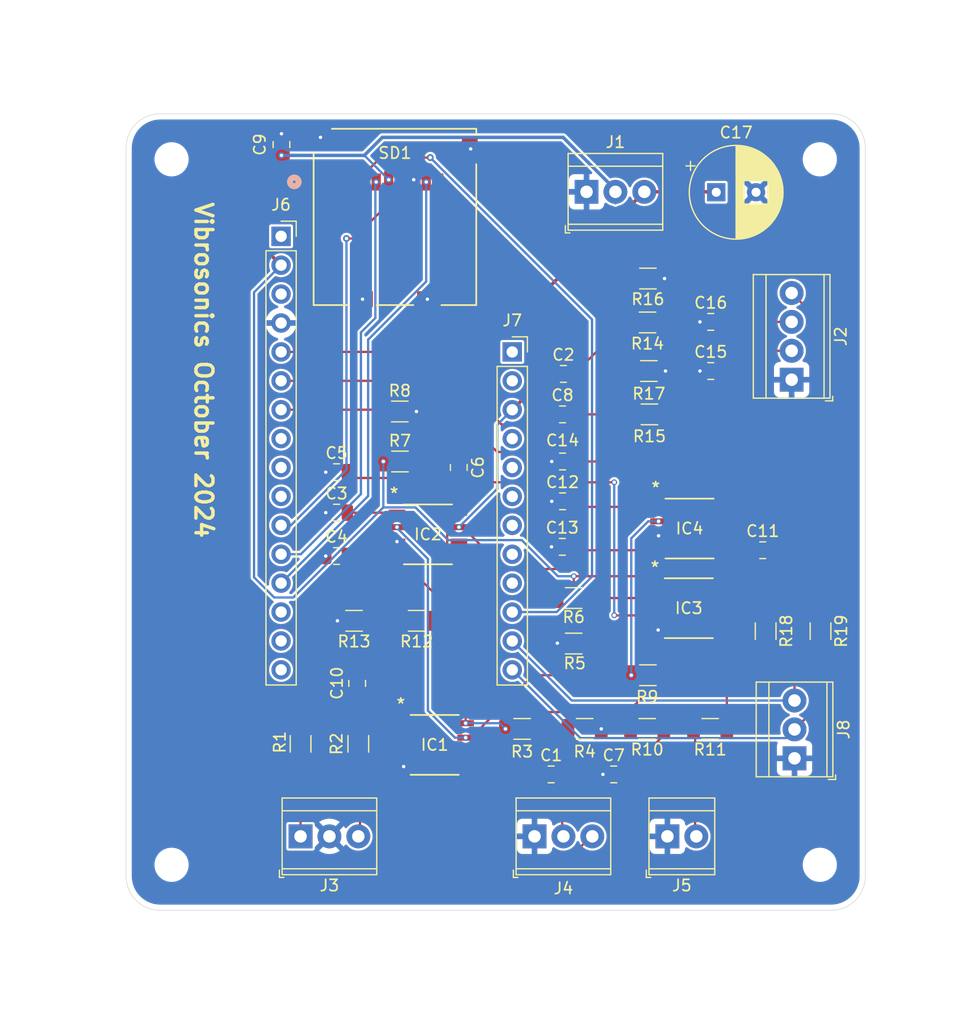
<source format=kicad_pcb>
(kicad_pcb (version 20240108) (generator "pcbnew") (generator_version "8.0")
  (layers (0 "F.Cu" signal) (31 "B.Cu" signal) (34 "B.Paste" user) (35 "F.Paste" user) (36 "B.SilkS" user "B.Silkscreen") (37 "F.SilkS" user "F.Silkscreen") (38 "B.Mask" user) (39 "F.Mask" user) (44 "Edge.Cuts" user))
  (net 0 "")
  (net 1 "GND")
  (net 2 "Net-(C2-Pad2)")
  (net 3 "Net-(C7-Pad2)")
  (net 4 "Net-(C8-Pad2)")
  (net 5 "A1")
  (net 6 "A0")
  (net 7 "3V3")
  (net 8 "A2")
  (net 9 "USB")
  (net 10 "Net-(C10-Pad2)")
  (net 11 "BASS_OUT")
  (net 12 "Net-(IC1-2IN+)")
  (net 13 "Net-(IC2-COM)")
  (net 14 "Net-(IC2-CLK)")
  (net 15 "Net-(IC2-OUT)")
  (net 16 "Net-(IC1-1IN+)")
  (net 17 "Net-(IC4-COM)")
  (net 18 "Net-(IC4-CLK)")
  (net 19 "Net-(IC1-1IN-)")
  (net 20 "Net-(IC1-2IN-)")
  (net 21 "Net-(IC1-2OUT)")
  (net 22 "Net-(IC3-1IN-)")
  (net 23 "Net-(IC3-1OUT)")
  (net 27 "Net-(J4-Pin_2)")
  (net 28 "Net-(J2-Pin_4)")
  (net 29 "Net-(J2-Pin_3)")
  (net 30 "Net-(J2-Pin_2)")
  (net 31 "Net-(J3-Pin_1)")
  (net 32 "Net-(J3-Pin_3)")
  (net 33 "Net-(J5-Pin_2)")
  (net 47 "SD_CS")
  (net 49 "MI")
  (net 50 "TX")
  (net 51 "RX")
  (net 52 "SCK")
  (net 53 "MO")
  (net 54 "SDA")
  (net 55 "SCL")
  (footprint "Capacitor_SMD:C_0805_2012Metric" (layer "F.Cu") (at 137.3786 108.056)
    (property "Reference" "C1")
    (property "Value" "10uF")
  )
  (footprint "Resistor_SMD:R_1206_3216Metric" (layer "F.Cu") (at 145.9691 72.606)
    (property "Reference" "R17")
    (property "Value" "1.5k")
  )
  (footprint "Resistor_SMD:R_1206_3216Metric" (layer "F.Cu") (at 146.0201 76.416)
    (property "Reference" "R15")
    (property "Value" "3.3k")
  )
  (footprint "TerminalBlock_TE-Connectivity:TerminalBlock_TE_282834-3_1x03_P2.54mm_Horizontal" (layer "F.Cu") (at 115.3416 113.5)
    (property "Reference" "J3")
    (property "Value" "Screw_Terminal_01x03")
  )
  (footprint "MAX7403CSA:21-0041B_8_MXM" (layer "F.Cu") (at 149.54545 86.449)
    (property "Reference" "IC4")
    (property "Value" "MAX7480ESA+")
  )
  (footprint "Resistor_SMD:R_1206_3216Metric" (layer "F.Cu") (at 125.5456 94.556 180)
    (property "Reference" "R12")
    (property "Value" "10k")
  )
  (footprint "Resistor_SMD:R_1206_3216Metric" (layer "F.Cu") (at 161.0616 95.466 -90)
    (property "Reference" "R19")
    (property "Value" "10k")
  )
  (footprint "Resistor_SMD:R_1206_3216Metric" (layer "F.Cu") (at 120.0456 94.556 180)
    (property "Reference" "R13")
    (property "Value" "10k")
  )
  (footprint "Resistor_SMD:R_1206_3216Metric" (layer "F.Cu") (at 120.4216 105.372 -90)
    (property "Reference" "R2")
    (property "Value" "10k")
  )
  (footprint "footprints:21-0041B_8_MXM" (layer "F.Cu") (at 126.5456 86.961)
    (property "Reference" "IC2")
    (property "Value" "MAX7403CSA+")
  )
  (footprint "Resistor_SMD:R_1206_3216Metric" (layer "F.Cu") (at 151.3586 104.056 180)
    (property "Reference" "R11")
    (property "Value" "75")
  )
  (footprint "Capacitor_THT:CP_Radial_D8.0mm_P3.50mm" (layer "F.Cu") (at 151.892 56.896)
    (property "Reference" "C17")
    (property "Value" "C_Polarized")
  )
  (footprint "TerminalBlock_TE-Connectivity:TerminalBlock_TE_282834-4_1x04_P2.54mm_Horizontal" (layer "F.Cu") (at 158.5216 73.368 90)
    (property "Reference" "J2")
    (property "Value" "Screw_Terminal_01x04")
  )
  (footprint "Capacitor_SMD:C_0805_2012Metric" (layer "F.Cu") (at 129.2526 81.079 -90)
    (property "Reference" "C6")
    (property "Value" "10uF")
  )
  (footprint "Capacitor_SMD:C_0805_2012Metric" (layer "F.Cu") (at 113.665 52.705 -90)
    (property "Reference" "C9")
    (property "Value" "100nF")
  )
  (footprint "Resistor_SMD:R_1206_3216Metric" (layer "F.Cu") (at 156.2356 95.466 -90)
    (property "Reference" "R18")
    (property "Value" "10k")
  )
  (footprint "Resistor_SMD:R_1206_3216Metric" (layer "F.Cu") (at 145.8521 68.336)
    (property "Reference" "R14")
    (property "Value" "3.3k")
  )
  (footprint "Resistor_SMD:R_1206_3216Metric" (layer "F.Cu") (at 145.8831 99.339 180)
    (property "Reference" "R9")
    (property "Value" "22k")
  )
  (footprint "Connector_PinSocket_2.54mm:PinSocket_1x12_P2.54mm_Vertical" (layer "F.Cu") (at 133.9564 70.9296)
    (property "Reference" "J7")
    (property "Value" "Conn_01x12_Socket")
  )
  (footprint "Resistor_SMD:R_1206_3216Metric" (layer "F.Cu") (at 145.8211 104.056 180)
    (property "Reference" "R10")
    (property "Value" "6.2k")
  )
  (footprint "MountingHole:MountingHole_2.5mm" (layer "F.Cu") (at 161 54)
    (property "Reference" "REF**" (hide yes))
    (property "Value" "MountingHole_2.5mm")
  )
  (footprint "Capacitor_SMD:C_0805_2012Metric" (layer "F.Cu") (at 138.3786 76.416)
    (property "Reference" "C8")
    (property "Value" "10uF")
  )
  (footprint "TerminalBlock_TE-Connectivity:TerminalBlock_TE_282834-2_1x02_P2.54mm_Horizontal" (layer "F.Cu") (at 147.5996 113.5)
    (property "Reference" "J5")
    (property "Value" "Screw_Terminal_01x02")
  )
  (footprint "Resistor_SMD:R_1206_3216Metric" (layer "F.Cu") (at 134.8211 104.056)
    (property "Reference" "R3")
    (property "Value" "10k")
  )
  (footprint "Capacitor_SMD:C_0805_2012Metric" (layer "F.Cu") (at 138.3786 84.056)
    (property "Reference" "C12")
    (property "Value" "0.1uF")
  )
  (footprint "Capacitor_SMD:C_0805_2012Metric" (layer "F.Cu") (at 155.9816 88.354)
    (property "Reference" "C11")
    (property "Value" "10uF")
  )
  (footprint "TerminalBlock_TE-Connectivity:TerminalBlock_TE_282834-3_1x03_P2.54mm_Horizontal" (layer "F.Cu") (at 135.9156 113.5)
    (property "Reference" "J4")
    (property "Value" "Screw_Terminal_01x03")
  )
  (footprint "adafruit_1660_microsd:CONN_1660_ADA" (layer "F.Cu") (at 123.641999 59.064)
    (property "Reference" "SD1")
    (property "Value" "~")
  )
  (footprint "Capacitor_SMD:C_0805_2012Metric" (layer "F.Cu") (at 118.5081 88.862)
    (property "Reference" "C4")
    (property "Value" "0.1uF")
  )
  (footprint "MountingHole:MountingHole_2.5mm" (layer "F.Cu") (at 161 116)
    (property "Reference" "REF**" (hide yes))
    (property "Value" "MountingHole_2.5mm")
  )
  (footprint "Connector_PinSocket_2.54mm:PinSocket_1x16_P2.54mm_Vertical" (layer "F.Cu") (at 113.6306 60.766)
    (property "Reference" "J6")
    (property "Value" "Conn_01x16_Socket")
  )
  (footprint "Resistor_SMD:R_1206_3216Metric" (layer "F.Cu") (at 139.3586 96.556 180)
    (property "Reference" "R5")
    (property "Value" "47k")
  )
  (footprint "TerminalBlock_TE-Connectivity:TerminalBlock_TE_282834-3_1x03_P2.54mm_Horizontal" (layer "F.Cu") (at 158.7756 106.642 90)
    (property "Reference" "J8")
    (property "Value" "Screw_Terminal_01x03")
  )
  (footprint "Capacitor_SMD:C_0805_2012Metric" (layer "F.Cu") (at 120.3211 100.056 -90)
    (property "Reference" "C10")
    (property "Value" "10uF")
  )
  (footprint "Capacitor_SMD:C_0805_2012Metric" (layer "F.Cu") (at 138.4556 72.86)
    (property "Reference" "C2")
    (property "Value" "10uF")
  )
  (footprint "Capacitor_SMD:C_0805_2012Metric" (layer "F.Cu") (at 118.5081 81.496)
    (property "Reference" "C5")
    (property "Value" "100pF")
  )
  (footprint "MountingHole:MountingHole_2.5mm" (layer "F.Cu") (at 104 54)
    (property "Reference" "REF**" (hide yes))
    (property "Value" "MountingHole_2.5mm")
  )
  (footprint "Resistor_SMD:R_1206_3216Metric" (layer "F.Cu") (at 124.0831 80.556)
    (property "Reference" "R7")
    (property "Value" "10k")
  )
  (footprint "MountingHole:MountingHole_2.5mm" (layer "F.Cu") (at 104 116)
    (property "Reference" "REF**" (hide yes))
    (property "Value" "MountingHole_2.5mm")
  )
  (footprint "Capacitor_SMD:C_0805_2012Metric" (layer "F.Cu") (at 118.5081 85.052)
    (property "Reference" "C3")
    (property "Value" "0.1uF")
  )
  (footprint "footprints:21-0041B_8_MXM" (layer "F.Cu") (at 127.13445 105.461)
    (property "Reference" "IC1")
    (property "Value" "LMV358IDR")
  )
  (footprint "Resistor_SMD:R_1206_3216Metric" (layer "F.Cu") (at 139.3586 92.556)
    (property "Reference" "R6")
    (property "Value" "5k")
  )
  (footprint "Resistor_SMD:R_1206_3216Metric" (layer "F.Cu") (at 124.0685 76.162)
    (property "Reference" "R8")
    (property "Value" "10k")
  )
  (footprint "Capacitor_SMD:C_0805_2012Metric" (layer "F.Cu") (at 151.4096 68.288)
    (property "Reference" "C16")
    (property "Value" "0.1uF")
  )
  (footprint "Capacitor_SMD:C_0805_2012Metric" (layer "F.Cu") (at 142.8786 108.056)
    (property "Reference" "C7")
    (property "Value" "10uF")
  )
  (footprint "TerminalBlock_TE-Connectivity:TerminalBlock_TE_282834-3_1x03_P2.54mm_Horizontal" (layer "F.Cu") (at 140.4876 56.858)
    (property "Reference" "J1")
    (property "Value" "Screw_Terminal_01x03")
  )
  (footprint "Resistor_SMD:R_1206_3216Metric" (layer "F.Cu") (at 140.3211 104.056)
    (property "Reference" "R4")
    (property "Value" "10k")
  )
  (footprint "Capacitor_SMD:C_0805_2012Metric" (layer "F.Cu") (at 138.3586 88.056)
    (property "Reference" "C13")
    (property "Value" "0.1uF")
  )
  (footprint "Resistor_SMD:R_1206_3216Metric" (layer "F.Cu") (at 145.8831 64.478 180)
    (property "Reference" "R16")
    (property "Value" "1.5k")
  )
  (footprint "Resistor_SMD:R_1206_3216Metric" (layer "F.Cu") (at 115.3416 105.372 -90)
    (property "Reference" "R1")
    (property "Value" "10k")
  )
  (footprint "Capacitor_SMD:C_0805_2012Metric" (layer "F.Cu") (at 138.3786 80.556)
    (property "Reference" "C14")
    (property "Value" "6.8nF")
  )
  (footprint "Capacitor_SMD:C_0805_2012Metric" (layer "F.Cu") (at 151.4096 72.606)
    (property "Reference" "C15")
    (property "Value" "0.1uF")
  )
  (footprint "footprints:21-0041B_8_MXM" (layer "F.Cu") (at 149.4806 93.449)
    (property "Reference" "IC3")
    (property "Value" "LMV358IDR")
  )
  (gr_arc (start 165 117) (mid 164.12132 119.12132) (end 162 120) (stroke (width 0.05)) (layer "Edge.Cuts"))
  (gr_line (start 165 53) (end 165 117) (stroke (width 0.05)) (layer "Edge.Cuts"))
  (gr_arc (start 103 120) (mid 100.87868 119.12132) (end 100 117) (stroke (width 0.05)) (layer "Edge.Cuts"))
  (gr_arc (start 100 53) (mid 100.87868 50.87868) (end 103 50) (stroke (width 0.05)) (layer "Edge.Cuts"))
  (gr_arc (start 162 50) (mid 164.12132 50.87868) (end 165 53) (stroke (width 0.05)) (layer "Edge.Cuts"))
  (gr_line (start 103 50) (end 162 50) (stroke (width 0.05)) (layer "Edge.Cuts"))
  (gr_line (start 100 117) (end 100 53) (stroke (width 0.05)) (layer "Edge.Cuts"))
  (gr_line (start 162 120) (end 103 120) (stroke (width 0.05)) (layer "Edge.Cuts"))
  (gr_text "Vibrosonics October 2024" (at 105.9436 57.62 -90) (layer "F.SilkS") (effects (font (size 1.5 1.5) (thickness 0.3) (bold yes)) (justify left bottom)))
  (gr_text "*" (at 146.5673 82.8676 0) (layer "F.SilkS") (effects (font (size 1 1))))
  (gr_text "*" (at 123.56745 83.3796 0) (layer "F.SilkS") (effects (font (size 1 1))))
  (segment (start 137.8961 96.556) (end 137.8961 96.5459) (width 0.2) (layer "F.Cu") (net 1))
  (segment (start 130.217043 53.144122) (end 130.243878 53.144122) (width 0.2) (layer "F.Cu") (net 1))
  (segment (start 117.066955 52.144122) (end 117.066955 52.097045) (width 0.2) (layer "F.Cu") (net 1))
  (segment (start 130.243878 53.144122) (end 130.302 53.086) (width 0.2) (layer "F.Cu") (net 1))
  (segment (start 137.8961 96.5459) (end 137.922 96.52) (width 0.2) (layer "F.Cu") (net 1))
  (segment (start 117.066955 52.097045) (end 117.094 52.07) (width 0.2) (layer "F.Cu") (net 1))
  (via (at 137.4286 80.556) (size 0.5) (drill 0.3) (layers "F.Cu" "B.Cu") (net 1))
  (via (at 117.5581 81.496) (size 0.5) (drill 0.3) (layers "F.Cu" "B.Cu") (net 1))
  (via (at 150.4596 68.288) (size 0.5) (drill 0.3) (layers "F.Cu" "B.Cu") (net 1))
  (via (at 146.7834 95.3644) (size 0.5) (drill 0.3) (layers "F.Cu" "B.Cu") (net 1))
  (via (at 126.492 66.294) (size 0.6) (drill 0.3) (layers "F.Cu" "B.Cu") (net 1))
  (via (at 137.922 96.52) (size 0.6) (drill 0.3) (layers "F.Cu" "B.Cu") (net 1))
  (via (at 141.9286 108.056) (size 0.5) (drill 0.3) (layers "F.Cu" "B.Cu") (net 1))
  (via (at 123.82145 87.596) (size 0.5) (drill 0.3) (layers "F.Cu" "B.Cu") (net 1))
  (via (at 146.8213 87.084) (size 0.5) (drill 0.3) (layers "F.Cu" "B.Cu") (net 1))
  (via (at 150.4596 72.606) (size 0.5) (drill 0.3) (layers "F.Cu" "B.Cu") (net 1))
  (via (at 118.5831 94.556) (size 0.5) (drill 0.3) (layers "F.Cu" "B.Cu") (net 1))
  (via (at 125.531 76.162) (size 0.5) (drill 0.3) (layers "F.Cu" "B.Cu") (net 1))
  (via (at 147.3456 64.478) (size 0.5) (drill 0.3) (layers "F.Cu" "B.Cu") (net 1))
  (via (at 117.094 52.07) (size 0.6) (drill 0.3) (layers "F.Cu" "B.Cu") (net 1))
  (via (at 147.4316 72.606) (size 0.5) (drill 0.3) (layers "F.Cu" "B.Cu") (net 1))
  (via (at 120.791998 66.294) (size 0.6) (drill 0.3) (layers "F.Cu" "B.Cu") (net 1))
  (via (at 130.302 53.086) (size 0.6) (drill 0.3) (layers "F.Cu" "B.Cu") (net 1))
  (via (at 137.4086 88.056) (size 0.5) (drill 0.3) (layers "F.Cu" "B.Cu") (net 1))
  (via (at 117.5581 85.052) (size 0.5) (drill 0.3) (layers "F.Cu" "B.Cu") (net 1))
  (via (at 124.4103 107.366) (size 0.5) (drill 0.3) (layers "F.Cu" "B.Cu") (net 1))
  (via (at 125.291998 55.794) (size 0.6) (drill 0.3) (layers "F.Cu" "B.Cu") (net 1))
  (via (at 117.5581 88.862) (size 0.5) (drill 0.3) (layers "F.Cu" "B.Cu") (net 1))
  (via (at 141.7836 104.056) (size 0.5) (drill 0.3) (layers "F.Cu" "B.Cu") (net 1))
  (via (at 137.4286 84.056) (size 0.5) (drill 0.3) (layers "F.Cu" "B.Cu") (net 1))
  (via (at 113.665 51.755) (size 0.6) (drill 0.3) (layers "F.Cu" "B.Cu") (net 1))
  (segment (start 117.094 52.07) (end 117.856 52.07) (width 0.2) (layer "B.Cu") (net 1))
  (segment (start 139.4056 72.86) (end 143.9296 68.336) (width 0.2) (layer "F.Cu") (net 2))
  (segment (start 144.3896 68.336) (end 144.3896 64.509) (width 0.2) (layer "F.Cu") (net 2))
  (segment (start 143.8286 108.056) (end 147.2836 104.601) (width 0.2) (layer "F.Cu") (net 3))
  (segment (start 144.5576 76.416) (end 144.5576 73.165) (width 0.2) (layer "F.Cu") (net 4))
  (segment (start 144.5576 76.416) (end 139.3286 76.416) (width 0.2) (layer "F.Cu") (net 4))
  (segment (start 134.7726 79.718) (end 137.4286 77.062) (width 0.2) (layer "F.Cu") (net 5))
  (segment (start 137.4286 77.062) (end 137.4286 76.416) (width 0.2) (layer "F.Cu") (net 5))
  (segment (start 126.3836 73.466) (end 132.6356 79.718) (width 0.2) (layer "F.Cu") (net 5))
  (segment (start 132.6356 79.718) (end 134.7726 79.718) (width 0.2) (layer "F.Cu") (net 5))
  (segment (start 113.6306 73.466) (end 126.3836 73.466) (width 0.2) (layer "F.Cu") (net 5))
  (segment (start 126.6376 70.926) (end 133.0166 77.305) (width 0.2) (layer "F.Cu") (net 6))
  (segment (start 137.5056 72.86) (end 137.5056 74.445) (width 0.2) (layer "F.Cu") (net 6))
  (segment (start 113.6306 70.926) (end 126.6376 70.926) (width 0.2) (layer "F.Cu") (net 6))
  (segment (start 137.5056 74.445) (end 134.6456 77.305) (width 0.2) (layer "F.Cu") (net 6))
  (segment (start 133.0166 77.305) (end 134.6456 77.305) (width 0.2) (layer "F.Cu") (net 6))
  (segment (start 161.0616 94.0035) (end 156.2356 94.0035) (width 0.2) (layer "F.Cu") (net 7))
  (segment (start 139.3666 90.64) (end 151.30075 90.64) (width 0.2) (layer "F.Cu") (net 7))
  (segment (start 156.2356 94.0035) (end 153.7761 91.544) (width 0.2) (layer "F.Cu") (net 7))
  (segment (start 123.092 55.794) (end 123.092 55.3383) (width 0.2) (layer "F.Cu") (net 7))
  (segment (start 139.3666 91.0855) (end 137.8961 92.556) (width 0.2) (layer "F.Cu") (net 7))
  (segment (start 153.7761 91.544) (end 152.20475 91.544) (width 0.2) (layer "F.Cu") (net 7))
  (segment (start 113.665 53.655) (end 111.125 56.195) (width 0.3) (layer "F.Cu") (net 7))
  (segment (start 111.125 60.8004) (end 113.6306 63.306) (width 0.3) (layer "F.Cu") (net 7))
  (segment (start 139.3666 90.64) (end 139.3666 91.0855) (width 0.2) (layer "F.Cu") (net 7))
  (segment (start 139.3666 90.64) (end 139.411 90.6844) (width 0.2) (layer "F.Cu") (net 7))
  (segment (start 123.092 55.3383) (end 123.124 55.3063) (width 0.2) (layer "F.Cu") (net 7))
  (segment (start 111.125 56.195) (end 111.125 60.8004) (width 0.3) (layer "F.Cu") (net 7))
  (segment (start 151.30075 90.64) (end 152.20475 91.544) (width 0.2) (layer "F.Cu") (net 7))
  (via (at 113.665 53.655) (size 0.6) (drill 0.3) (layers "F.Cu" "B.Cu") (net 7))
  (via (at 122.6206 80.556) (size 0.5) (drill 0.3) (layers "F.Cu" "B.Cu") (net 7))
  (via (at 123.092 55.794) (size 0.6) (drill 0.3) (layers "F.Cu" "B.Cu") (net 7))
  (via (at 139.3666 90.64) (size 0.5) (drill 0.3) (layers "F.Cu" "B.Cu") (net 7))
  (segment (start 122.6206 84.5926) (end 122.6206 80.556) (width 0.2) (layer "B.Cu") (net 7))
  (segment (start 143.0276 56.858) (end 143.0276 56.6676) (width 0.2) (layer "B.Cu") (net 7))
  (segment (start 122.538 52.07) (end 120.953 53.655) (width 0.3) (layer "B.Cu") (net 7))
  (segment (start 123.124 55.826) (end 123.124 55.88) (width 0.2) (layer "B.Cu") (net 7))
  (segment (start 111.252 65.6846) (end 111.252 90.733746) (width 0.2) (layer "B.Cu") (net 7))
  (segment (start 123.092 55.6804) (end 123.092 55.794) (width 0.2) (layer "B.Cu") (net 7))
  (segment (start 123.092 55.794) (end 120.953 53.655) (width 0.2) (layer "B.Cu") (net 7))
  (segment (start 120.953 53.655) (end 113.665 53.655) (width 0.3) (layer "B.Cu") (net 7))
  (segment (start 143.0276 57.874) (end 143.0276 56.858) (width 0.2) (layer "B.Cu") (net 7))
  (segment (start 111.252 90.733746) (end 113.025054 92.5068) (width 0.2) (layer "B.Cu") (net 7))
  (segment (start 114.7064 92.5068) (end 122.6206 84.5926) (width 0.2) (layer "B.Cu") (net 7))
  (segment (start 137.9696 90.64) (end 139.3666 90.64) (width 0.2) (layer "B.Cu") (net 7))
  (segment (start 128.3176 87.465) (end 125.4452 84.5926) (width 0.2) (layer "B.Cu") (net 7))
  (segment (start 113.025054 92.5068) (end 114.7064 92.5068) (width 0.2) (layer "B.Cu") (net 7))
  (segment (start 125.4452 84.5926) (end 122.6206 84.5926) (width 0.2) (layer "B.Cu") (net 7))
  (segment (start 134.7946 87.465) (end 137.9696 90.64) (width 0.2) (layer "B.Cu") (net 7))
  (segment (start 138.43 52.07) (end 143.0276 56.6676) (width 0.3) (layer "B.Cu") (net 7))
  (segment (start 123.092 55.794) (end 123.124 55.826) (width 0.2) (layer "B.Cu") (net 7))
  (segment (start 138.43 52.07) (end 122.538 52.07) (width 0.3) (layer "B.Cu") (net 7))
  (segment (start 113.6306 63.306) (end 111.252 65.6846) (width 0.2) (layer "B.Cu") (net 7))
  (segment (start 128.3176 87.465) (end 134.7946 87.465) (width 0.2) (layer "B.Cu") (net 7))
  (segment (start 113.6306 76.006) (end 122.45 76.006) (width 0.2) (layer "F.Cu") (net 8))
  (segment (start 125.5456 79.1016) (end 125.5456 80.556) (width 0.2) (layer "F.Cu") (net 8))
  (segment (start 129.9776 80.129) (end 129.2526 80.129) (width 0.2) (layer "F.Cu") (net 8))
  (segment (start 146.75645 94.084) (end 142.9376 94.084) (width 0.2) (layer "F.Cu") (net 8))
  (segment (start 142.9226 82.385) (end 132.2336 82.385) (width 0.2) (layer "F.Cu") (net 8))
  (segment (start 122.606 76.162) (end 125.5456 79.1016) (width 0.2) (layer "F.Cu") (net 8))
  (segment (start 125.8756 80.226) (end 129.1556 80.226) (width 0.2) (layer "F.Cu") (net 8))
  (segment (start 132.2336 82.385) (end 129.9776 80.129) (width 0.2) (layer "F.Cu") (net 8))
  (segment (start 142.9376 94.084) (end 142.9226 94.069) (width 0.2) (layer "F.Cu") (net 8))
  (via (at 142.9226 82.385) (size 0.5) (drill 0.3) (layers "F.Cu" "B.Cu") (net 8))
  (via (at 142.9226 94.069) (size 0.5) (drill 0.3) (layers "F.Cu" "B.Cu") (net 8))
  (segment (start 142.9226 94.069) (end 142.9226 82.385) (width 0.2) (layer "B.Cu") (net 8))
  (segment (start 133.195175 90.005) (end 133.2757 90.005) (width 0.2) (layer "F.Cu") (net 9))
  (segment (start 150.7966 85.814) (end 152.2696 85.814) (width 0.2) (layer "F.Cu") (net 9))
  (segment (start 127.0081 92.05265) (end 131.147525 92.05265) (width 0.2) (layer "F.Cu") (net 9))
  (segment (start 145.5676 56.858) (end 151.854 56.858) (width 0.3) (layer "F.Cu") (net 9))
  (segment (start 138.3506 90.005) (end 139.011 89.3446) (width 0.2) (layer "F.Cu") (net 9))
  (segment (start 133.2757 90.005) (end 138.3506 90.005) (width 0.2) (layer "F.Cu") (net 9))
  (segment (start 126.99245 92.037) (end 123.82145 88.866) (width 0.2) (layer "F.Cu") (net 9))
  (segment (start 127.0081 92.05265) (end 126.99245 92.037) (width 0.2) (layer "F.Cu") (net 9))
  (segment (start 129.8586 103.556) (end 129.8586 97.4065) (width 0.2) (layer "F.Cu") (net 9))
  (segment (start 148.2566 88.354) (end 150.7966 85.814) (width 0.2) (layer "F.Cu") (net 9))
  (segment (start 146.9866 88.354) (end 148.2566 88.354) (width 0.2) (layer "F.Cu") (net 9))
  (segment (start 127.0081 94.556) (end 127.0081 92.05265) (width 0.2) (layer "F.Cu") (net 9))
  (segment (start 135.9156 74.0504) (end 133.9564 76.0096) (width 0.3) (layer "F.Cu") (net 9))
  (segment (start 139.6066 88.354) (end 146.8213 88.354) (width 0.2) (layer "F.Cu") (net 9))
  (segment (start 123.82145 88.866) (end 119.4621 88.866) (width 0.2) (layer "F.Cu") (net 9))
  (segment (start 135.9156 66.51) (end 135.9156 74.0504) (width 0.3) (layer "F.Cu") (net 9))
  (segment (start 151.854 56.858) (end 151.892 56.896) (width 0.2) (layer "F.Cu") (net 9))
  (segment (start 129.8586 97.4065) (end 127.0081 94.556) (width 0.2) (layer "F.Cu") (net 9))
  (segment (start 139.011 89.3446) (end 139.011 88.3536) (width 0.2) (layer "F.Cu") (net 9))
  (segment (start 131.147525 92.05265) (end 133.195175 90.005) (width 0.2) (layer "F.Cu") (net 9))
  (segment (start 145.5676 56.858) (end 135.9156 66.51) (width 0.3) (layer "F.Cu") (net 9))
  (segment (start 129.5967 86.326) (end 133.2757 90.005) (width 0.2) (layer "F.Cu") (net 9))
  (via (at 133.3586 104.056) (size 0.5) (drill 0.3) (layers "F.Cu" "B.Cu") (net 9))
  (via (at 129.26975 86.326) (size 0.5) (drill 0.3) (layers "F.Cu" "B.Cu") (net 9))
  (via (at 129.8586 103.556) (size 0.5) (drill 0.3) (layers "F.Cu" "B.Cu") (net 9))
  (segment (start 129.26975 86.326) (end 132.6356 82.96015) (width 0.2) (layer "B.Cu") (net 9))
  (segment (start 132.6356 82.96015) (end 132.6356 77.3304) (width 0.2) (layer "B.Cu") (net 9))
  (segment (start 129.8586 103.556) (end 132.8586 103.556) (width 0.2) (layer "B.Cu") (net 9))
  (segment (start 132.6356 77.3304) (end 133.9564 76.0096) (width 0.2) (layer "B.Cu") (net 9))
  (segment (start 132.8586 103.556) (end 133.3586 104.056) (width 0.2) (layer "B.Cu") (net 9))
  (segment (start 120.4216 103.9095) (end 115.3416 103.9095) (width 0.2) (layer "F.Cu") (net 10))
  (segment (start 120.4216 103.9095) (end 120.4216 101.1065) (width 0.2) (layer "F.Cu") (net 10))
  (segment (start 155.0316 88.354) (end 152.2696 88.354) (width 0.2) (layer "F.Cu") (net 11))
  (segment (start 136.4286 108.056) (end 136.4286 104.201) (width 0.2) (layer "F.Cu") (net 12))
  (segment (start 138.8586 104.056) (end 136.2836 104.056) (width 0.2) (layer "F.Cu") (net 12))
  (segment (start 136.2762 108.056) (end 135.5862 107.366) (width 0.2) (layer "F.Cu") (net 12))
  (segment (start 135.5862 107.366) (end 129.8586 107.366) (width 0.2) (layer "F.Cu") (net 12))
  (segment (start 130.3 89.4327) (end 128.3803 89.4327) (width 0.2) (layer "F.Cu") (net 13))
  (segment (start 129.5967 87.596) (end 130.3 88.2993) (width 0.2) (layer "F.Cu") (net 13))
  (segment (start 128.3803 89.4327) (end 124.0036 85.056) (width 0.2) (layer "F.Cu") (net 13))
  (segment (start 119.4621 85.056) (end 123.82145 85.056) (width 0.2) (layer "F.Cu") (net 13))
  (segment (start 130.3 88.2993) (end 130.3 89.4327) (width 0.2) (layer "F.Cu") (net 13))
  (segment (start 130.4766 83.84915) (end 130.4766 81.623) (width 0.2) (layer "F.Cu") (net 14))
  (segment (start 127.581 82.004) (end 119.9661 82.004) (width 0.2) (layer "F.Cu") (net 14))
  (segment (start 119.9661 82.004) (end 119.4581 81.496) (width 0.2) (layer "F.Cu") (net 14))
  (segment (start 130.4766 81.623) (end 129.9686 81.115) (width 0.2) (layer "F.Cu") (net 14))
  (segment (start 129.9686 81.115) (end 128.47 81.115) (width 0.2) (layer "F.Cu") (net 14))
  (segment (start 129.26975 85.056) (end 130.4766 83.84915) (width 0.2) (layer "F.Cu") (net 14))
  (segment (start 128.47 81.115) (end 127.581 82.004) (width 0.2) (layer "F.Cu") (net 14))
  (segment (start 128.8062 88.866) (end 128.2395 88.2993) (width 0.2) (layer "F.Cu") (net 15))
  (segment (start 128.2395 88.2993) (end 128.2395 83.0421) (width 0.2) (layer "F.Cu") (net 15))
  (segment (start 128.2395 83.0421) (end 129.2526 82.029) (width 0.2) (layer "F.Cu") (net 15))
  (segment (start 121.5081 94.556) (end 121.5081 97.919) (width 0.2) (layer "F.Cu") (net 16))
  (segment (start 124.0831 94.556) (end 121.5081 94.556) (width 0.2) (layer "F.Cu") (net 16))
  (segment (start 123.94675 106.096) (end 122.8566 105.00585) (width 0.2) (layer "F.Cu") (net 16))
  (segment (start 121.5081 97.919) (end 120.3211 99.106) (width 0.2) (layer "F.Cu") (net 16))
  (segment (start 122.8566 101.6415) (end 120.3211 99.106) (width 0.2) (layer "F.Cu") (net 16))
  (segment (start 122.8566 105.00585) (end 122.8566 101.6415) (width 0.2) (layer "F.Cu") (net 16))
  (segment (start 139.8166 84.544) (end 139.3286 84.056) (width 0.2) (layer "F.Cu") (net 17))
  (segment (start 153.4636 85.41105) (end 153.20615 85.1536) (width 0.2) (layer "F.Cu") (net 17))
  (segment (start 153.20615 85.1536) (end 147.4309 85.1536) (width 0.2) (layer "F.Cu") (net 17))
  (segment (start 153.4636 86.21695) (end 153.4636 85.41105) (width 0.2) (layer "F.Cu") (net 17))
  (segment (start 146.8213 84.544) (end 139.8166 84.544) (width 0.2) (layer "F.Cu") (net 17))
  (segment (start 152.59655 87.084) (end 153.4636 86.21695) (width 0.2) (layer "F.Cu") (net 17))
  (segment (start 147.4309 85.1536) (end 146.8213 84.544) (width 0.2) (layer "F.Cu") (net 17))
  (segment (start 142.4906 80.556) (end 139.3286 80.556) (width 0.2) (layer "F.Cu") (net 18))
  (segment (start 144.9546 83.02) (end 142.4906 80.556) (width 0.2) (layer "F.Cu") (net 18))
  (segment (start 150.7966 83.02) (end 144.9546 83.02) (width 0.2) (layer "F.Cu") (net 18))
  (segment (start 152.2696 84.493) (end 150.7966 83.02) (width 0.2) (layer "F.Cu") (net 18))
  (segment (start 124.4103 104.826) (end 124.4103 103.556) (width 0.2) (layer "F.Cu") (net 19))
  (segment (start 139.1126 115.278) (end 134.328 115.278) (width 0.2) (layer "F.Cu") (net 19))
  (segment (start 140.8906 113.5) (end 139.1126 115.278) (width 0.2) (layer "F.Cu") (net 19))
  (segment (start 126.5176 106.134) (end 125.2096 104.826) (width 0.2) (layer "F.Cu") (net 19))
  (segment (start 125.2096 104.826) (end 124.4103 104.826) (width 0.2) (layer "F.Cu") (net 19))
  (segment (start 126.5176 107.4676) (end 126.5176 106.134) (width 0.2) (layer "F.Cu") (net 19))
  (segment (start 134.328 115.278) (end 126.5176 107.4676) (width 0.2) (layer "F.Cu") (net 19))
  (segment (start 135.8106 102.578) (end 142.9226 102.578) (width 0.2) (layer "F.Cu") (net 20))
  (segment (start 135.1756 105.245) (end 135.1756 103.213) (width 0.2) (layer "F.Cu") (net 20))
  (segment (start 144.3586 102.326) (end 147.3456 99.339) (width 0.2) (layer "F.Cu") (net 20))
  (segment (start 135.1756 103.213) (end 135.8106 102.578) (width 0.2) (layer "F.Cu") (net 20))
  (segment (start 142.9226 102.578) (end 144.3586 104.014) (width 0.2) (layer "F.Cu") (net 20))
  (segment (start 129.8586 106.096) (end 134.3246 106.096) (width 0.2) (layer "F.Cu") (net 20))
  (segment (start 144.3586 104.056) (end 144.3586 102.326) (width 0.2) (layer "F.Cu") (net 20))
  (segment (start 134.3246 106.096) (end 135.1756 105.245) (width 0.2) (layer "F.Cu") (net 20))
  (segment (start 130.32215 104.826) (end 135.80915 99.339) (width 0.2) (layer "F.Cu") (net 21))
  (segment (start 135.80915 99.339) (end 144.4206 99.339) (width 0.2) (layer "F.Cu") (net 21))
  (via (at 146.8213 85.814) (size 0.5) (drill 0.3) (layers "F.Cu" "B.Cu") (net 21))
  (via (at 123.82145 86.326) (size 0.5) (drill 0.3) (layers "F.Cu" "B.Cu") (net 21))
  (via (at 144.4206 99.339) (size 0.5) (drill 0.3) (layers "F.Cu" "B.Cu") (net 21))
  (via (at 129.8586 104.826) (size 0.5) (drill 0.3) (layers "F.Cu" "B.Cu") (net 21))
  (segment (start 129.8586 104.826) (end 128.9146 104.826) (width 0.2) (layer "B.Cu") (net 21))
  (segment (start 144.4206 87.306315) (end 144.4206 99.339) (width 0.2) (layer "B.Cu") (net 21))
  (segment (start 123.82145 86.39785) (end 123.82145 86.326) (width 0.2) (layer "B.Cu") (net 21))
  (segment (start 146.8213 85.814) (end 145.912915 85.814) (width 0.2) (layer "B.Cu") (net 21))
  (segment (start 145.912915 85.814) (end 144.4206 87.306315) (width 0.2) (layer "B.Cu") (net 21))
  (segment (start 126.5396 89.116) (end 123.82145 86.39785) (width 0.2) (layer "B.Cu") (net 21))
  (segment (start 128.9146 104.826) (end 126.5396 102.451) (width 0.2) (layer "B.Cu") (net 21))
  (segment (start 126.5396 102.451) (end 126.5396 89.116) (width 0.2) (layer "B.Cu") (net 21))
  (segment (start 146.49845 92.556) (end 146.75645 92.814) (width 0.2) (layer "F.Cu") (net 22))
  (segment (start 140.8211 96.556) (end 140.8211 92.556) (width 0.2) (layer "F.Cu") (net 22))
  (segment (start 140.8211 92.556) (end 146.49845 92.556) (width 0.2) (layer "F.Cu") (net 22))
  (segment (start 149.606 93.93) (end 147.22 91.544) (width 0.2) (layer "F.Cu") (net 23))
  (segment (start 149.606 95.758) (end 149.606 93.93) (width 0.2) (layer "F.Cu") (net 23))
  (segment (start 152.8211 104.056) (end 152.8211 98.9731) (width 0.2) (layer "F.Cu") (net 23))
  (segment (start 152.8211 98.9731) (end 149.606 95.758) (width 0.2) (layer "F.Cu") (net 23))
  (segment (start 147.22 91.544) (end 146.75645 91.544) (width 0.2) (layer "F.Cu") (net 23))
  (segment (start 138.3506 113.5) (end 138.3506 108.078) (width 0.2) (layer "F.Cu") (net 27))
  (segment (start 160.5 84.7856) (end 160.5 67.7264) (width 0.2) (layer "F.Cu") (net 28))
  (segment (start 156.9316 88.354) (end 160.5 84.7856) (width 0.2) (layer "F.Cu") (net 28))
  (segment (start 160.5 67.7264) (end 158.5216 65.748) (width 0.2) (layer "F.Cu") (net 28))
  (segment (start 148.6326 67.018) (end 151.0896 67.018) (width 0.2) (layer "F.Cu") (net 29))
  (segment (start 147.3146 68.336) (end 148.6326 67.018) (width 0.2) (layer "F.Cu") (net 29))
  (segment (start 151.0896 67.018) (end 152.3596 68.288) (width 0.2) (layer "F.Cu") (net 29))
  (segment (start 152.3596 68.288) (end 158.5216 68.288) (width 0.2) (layer "F.Cu") (net 29))
  (segment (start 148.5496 76.416) (end 152.3596 72.606) (width 0.2) (layer "F.Cu") (net 30))
  (segment (start 154.1376 70.828) (end 158.5216 70.828) (width 0.2) (layer "F.Cu") (net 30))
  (segment (start 147.4826 76.416) (end 148.5496 76.416) (width 0.2) (layer "F.Cu") (net 30))
  (segment (start 152.3596 72.606) (end 154.1376 70.828) (width 0.2) (layer "F.Cu") (net 30))
  (segment (start 115.3416 106.8345) (end 115.3416 113.351) (width 0.2) (layer "F.Cu") (net 31))
  (segment (start 120.5706 113.5) (end 120.5706 106.9835) (width 0.2) (layer "F.Cu") (net 32))
  (segment (start 150.0346 113.5) (end 150.0346 104.1945) (width 0.2) (layer "F.Cu") (net 33))
  (segment (start 126.746 53.848) (end 122.3823 53.848) (width 0.2) (layer "F.Cu") (net 47))
  (segment (start 120.891999 55.338301) (end 120.891999 56.194) (width 0.2) (layer "F.Cu") (net 47))
  (segment (start 122.3823 53.848) (end 120.891999 55.338301) (width 0.2) (layer "F.Cu") (net 47))
  (via (at 126.746 53.848) (size 0.6) (drill 0.3) (layers "F.Cu" "B.Cu") (net 47))
  (segment (start 140.97 90.678) (end 140.97 68.072) (width 0.2) (layer "B.Cu") (net 47))
  (segment (start 140.97 68.072) (end 126.746 53.848) (width 0.2) (layer "B.Cu") (net 47))
  (segment (start 133.9564 93.7896) (end 137.8584 93.7896) (width 0.2) (layer "B.Cu") (net 47))
  (segment (start 137.8584 93.7896) (end 140.97 90.678) (width 0.2) (layer "B.Cu") (net 47))
  (via (at 126.391999 55.994) (size 0.6) (drill 0.3) (layers "F.Cu" "B.Cu") (net 49))
  (segment (start 113.6306 91.246) (end 121.285 83.5916) (width 0.2) (layer "B.Cu") (net 49))
  (segment (start 126.391999 64.743001) (end 126.391999 55.994) (width 0.2) (layer "B.Cu") (net 49))
  (segment (start 121.285 83.5916) (end 121.285 69.85) (width 0.2) (layer "B.Cu") (net 49))
  (segment (start 121.285 69.85) (end 126.391999 64.743001) (width 0.2) (layer "B.Cu") (net 49))
  (segment (start 120.015 60.96) (end 124.191998 56.783002) (width 0.2) (layer "F.Cu") (net 52))
  (segment (start 124.191998 56.783002) (end 124.191998 55.994) (width 0.2) (layer "F.Cu") (net 52))
  (segment (start 113.6306 86.509) (end 113.6306 86.166) (width 0.2) (layer "F.Cu") (net 52))
  (segment (start 119.38 60.96) (end 120.015 60.96) (width 0.2) (layer "F.Cu") (net 52))
  (via (at 119.38 60.96) (size 0.6) (drill 0.3) (layers "F.Cu" "B.Cu") (net 52))
  (segment (start 113.6306 86.166) (end 114.494 86.166) (width 0.2) (layer "B.Cu") (net 52))
  (segment (start 114.494 86.166) (end 119.38 81.28) (width 0.2) (layer "B.Cu") (net 52))
  (segment (start 119.38 81.28) (end 119.38 60.96) (width 0.2) (layer "B.Cu") (net 52))
  (via (at 121.992 55.994) (size 0.6) (drill 0.3) (layers "F.Cu" "B.Cu") (net 53))
  (segment (start 121.92 67.945) (end 121.92 56.066) (width 0.2) (layer "B.Cu") (net 53))
  (segment (start 115.364 88.706) (end 120.65 83.42) (width 0.2) (layer "B.Cu") (net 53))
  (segment (start 120.65 83.42) (end 120.65 69.215) (width 0.2) (layer "B.Cu") (net 53))
  (segment (start 120.65 69.215) (end 121.92 67.945) (width 0.2) (layer "B.Cu") (net 53))
  (segment (start 113.6306 88.706) (end 115.364 88.706) (width 0.2) (layer "B.Cu") (net 53))
  (segment (start 121.92 56.066) (end 121.992 55.994) (width 0.2) (layer "B.Cu") (net 53))
  (segment (start 161.0616 96.9285) (end 161.0616 101.816) (width 0.2) (layer "F.Cu") (net 54))
  (segment (start 161.0616 101.816) (end 158.7756 104.102) (width 0.2) (layer "F.Cu") (net 54))
  (segment (start 133.9564 98.8696) (end 139.9508 104.864) (width 0.2) (layer "B.Cu") (net 54))
  (segment (start 158.0136 104.864) (end 158.7756 104.102) (width 0.2) (layer "B.Cu") (net 54))
  (segment (start 139.9508 104.864) (end 158.0136 104.864) (width 0.2) (layer "B.Cu") (net 54))
  (segment (start 156.2356 96.9285) (end 158.7756 99.4685) (width 0.2) (layer "F.Cu") (net 55))
  (segment (start 158.7756 99.4685) (end 158.7756 101.562) (width 0.2) (layer "F.Cu") (net 55))
  (segment (start 139.1888 101.562) (end 158.7756 101.562) (width 0.2) (layer "B.Cu") (net 55))
  (segment (start 133.9564 96.3296) (end 139.1888 101.562) (width 0.2) (layer "B.Cu") (net 55))
  (zone (net 1) (net_name "GND") (layer "B.Cu") (connect_pads (clearance 0)) (min_thickness 0.25) (fill yes (thermal_gap 0.5) (thermal_bridge_width 0.5))
    (polygon (pts (xy 90 40) (xy 175 40) (xy 175 130) (xy 90 130)))
  )
)
</source>
